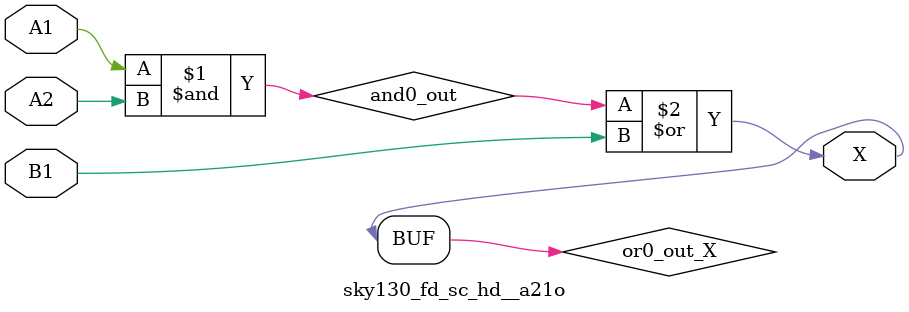
<source format=v>
/*
 * Copyright 2020 The SkyWater PDK Authors
 *
 * Licensed under the Apache License, Version 2.0 (the "License");
 * you may not use this file except in compliance with the License.
 * You may obtain a copy of the License at
 *
 *     https://www.apache.org/licenses/LICENSE-2.0
 *
 * Unless required by applicable law or agreed to in writing, software
 * distributed under the License is distributed on an "AS IS" BASIS,
 * WITHOUT WARRANTIES OR CONDITIONS OF ANY KIND, either express or implied.
 * See the License for the specific language governing permissions and
 * limitations under the License.
 *
 * SPDX-License-Identifier: Apache-2.0
*/


`ifndef SKY130_FD_SC_HD__A21O_FUNCTIONAL_V
`define SKY130_FD_SC_HD__A21O_FUNCTIONAL_V

/**
 * a21o: 2-input AND into first input of 2-input OR.
 *
 *       X = ((A1 & A2) | B1)
 *
 * Verilog simulation functional model.
 */

`timescale 1ns / 1ps
`default_nettype none

`celldefine
module sky130_fd_sc_hd__a21o (
    X ,
    A1,
    A2,
    B1
);

    // Module ports
    output X ;
    input  A1;
    input  A2;
    input  B1;

    // Local signals
    wire and0_out ;
    wire or0_out_X;

    //  Name  Output     Other arguments
    and and0 (and0_out , A1, A2         );
    or  or0  (or0_out_X, and0_out, B1   );
    buf buf0 (X        , or0_out_X      );

endmodule
`endcelldefine

`default_nettype wire
`endif  // SKY130_FD_SC_HD__A21O_FUNCTIONAL_V

</source>
